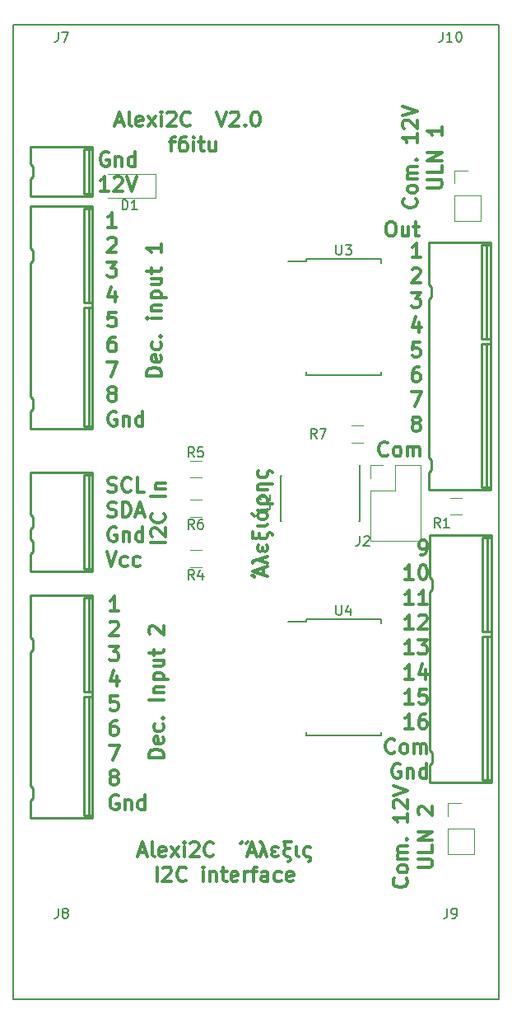
<source format=gto>
G04 #@! TF.GenerationSoftware,KiCad,Pcbnew,(5.0.2)-1*
G04 #@! TF.CreationDate,2019-03-14T17:23:15+01:00*
G04 #@! TF.ProjectId,Alexi2c,416c6578-6932-4632-9e6b-696361645f70,rev?*
G04 #@! TF.SameCoordinates,Original*
G04 #@! TF.FileFunction,Legend,Top*
G04 #@! TF.FilePolarity,Positive*
%FSLAX46Y46*%
G04 Gerber Fmt 4.6, Leading zero omitted, Abs format (unit mm)*
G04 Created by KiCad (PCBNEW (5.0.2)-1) date 14/03/2019 17:23:15*
%MOMM*%
%LPD*%
G01*
G04 APERTURE LIST*
%ADD10C,0.300000*%
%ADD11C,0.150000*%
%ADD12C,0.254000*%
%ADD13C,0.120000*%
G04 APERTURE END LIST*
D10*
X102978571Y-119975000D02*
X103692857Y-119975000D01*
X102835714Y-120403571D02*
X103335714Y-118903571D01*
X103835714Y-120403571D01*
X104549999Y-120403571D02*
X104407142Y-120332142D01*
X104335714Y-120189285D01*
X104335714Y-118903571D01*
X105692857Y-120332142D02*
X105549999Y-120403571D01*
X105264285Y-120403571D01*
X105121428Y-120332142D01*
X105049999Y-120189285D01*
X105049999Y-119617857D01*
X105121428Y-119475000D01*
X105264285Y-119403571D01*
X105549999Y-119403571D01*
X105692857Y-119475000D01*
X105764285Y-119617857D01*
X105764285Y-119760714D01*
X105049999Y-119903571D01*
X106264285Y-120403571D02*
X107049999Y-119403571D01*
X106264285Y-119403571D02*
X107049999Y-120403571D01*
X107621428Y-120403571D02*
X107621428Y-119403571D01*
X107621428Y-118903571D02*
X107549999Y-118975000D01*
X107621428Y-119046428D01*
X107692857Y-118975000D01*
X107621428Y-118903571D01*
X107621428Y-119046428D01*
X108264285Y-119046428D02*
X108335714Y-118975000D01*
X108478571Y-118903571D01*
X108835714Y-118903571D01*
X108978571Y-118975000D01*
X109050000Y-119046428D01*
X109121428Y-119189285D01*
X109121428Y-119332142D01*
X109050000Y-119546428D01*
X108192857Y-120403571D01*
X109121428Y-120403571D01*
X110621428Y-120260714D02*
X110549999Y-120332142D01*
X110335714Y-120403571D01*
X110192857Y-120403571D01*
X109978571Y-120332142D01*
X109835714Y-120189285D01*
X109764285Y-120046428D01*
X109692857Y-119760714D01*
X109692857Y-119546428D01*
X109764285Y-119260714D01*
X109835714Y-119117857D01*
X109978571Y-118975000D01*
X110192857Y-118903571D01*
X110335714Y-118903571D01*
X110549999Y-118975000D01*
X110621428Y-119046428D01*
X114192857Y-119975000D02*
X114907142Y-119975000D01*
X114049999Y-120403571D02*
X114549999Y-118903571D01*
X115049999Y-120403571D01*
X114192857Y-118832142D02*
X113978571Y-119046428D01*
X113407142Y-119046428D02*
X113478571Y-119046428D01*
X113549999Y-118975000D01*
X113549999Y-118832142D01*
X115764285Y-119403571D02*
X115407142Y-120403571D01*
X115407142Y-118903571D02*
X115549999Y-118903571D01*
X115621428Y-118975000D01*
X115764285Y-119403571D01*
X116121428Y-120403571D01*
X116835714Y-119903571D02*
X116692857Y-119975000D01*
X116621428Y-120117857D01*
X116621428Y-120189285D01*
X116692857Y-120332142D01*
X116835714Y-120403571D01*
X117121428Y-120403571D01*
X117264285Y-120332142D01*
X116978571Y-119903571D02*
X116835714Y-119903571D01*
X116692857Y-119832142D01*
X116621428Y-119689285D01*
X116621428Y-119617857D01*
X116692857Y-119475000D01*
X116835714Y-119403571D01*
X117121428Y-119403571D01*
X117264285Y-119475000D01*
X117907142Y-118903571D02*
X118621428Y-118903571D01*
X118192857Y-118903571D02*
X118049999Y-118975000D01*
X117978571Y-119117857D01*
X117978571Y-119332142D01*
X118049999Y-119475000D01*
X118192857Y-119546428D01*
X118478571Y-119546428D01*
X118192857Y-119546428D02*
X118049999Y-119617857D01*
X117978571Y-119689285D01*
X117907142Y-119832142D01*
X117907142Y-120117857D01*
X117978571Y-120260714D01*
X118049999Y-120332142D01*
X118192857Y-120403571D01*
X118335714Y-120403571D01*
X118478571Y-120475000D01*
X118549999Y-120617857D01*
X118549999Y-120689285D01*
X118478571Y-120832142D01*
X118335714Y-120903571D01*
X118264285Y-120903571D01*
X119192857Y-119403571D02*
X119192857Y-120189285D01*
X119264285Y-120332142D01*
X119407142Y-120403571D01*
X120621428Y-119475000D02*
X120478571Y-119403571D01*
X120192857Y-119403571D01*
X120050000Y-119475000D01*
X119978571Y-119546428D01*
X119907142Y-119689285D01*
X119907142Y-120117857D01*
X119978571Y-120260714D01*
X120050000Y-120332142D01*
X120192857Y-120403571D01*
X120407142Y-120403571D01*
X120550000Y-120475000D01*
X120621428Y-120617857D01*
X120621428Y-120689285D01*
X120550000Y-120832142D01*
X120407142Y-120903571D01*
X104800000Y-122953571D02*
X104800000Y-121453571D01*
X105442857Y-121596428D02*
X105514285Y-121525000D01*
X105657142Y-121453571D01*
X106014285Y-121453571D01*
X106157142Y-121525000D01*
X106228571Y-121596428D01*
X106300000Y-121739285D01*
X106300000Y-121882142D01*
X106228571Y-122096428D01*
X105371428Y-122953571D01*
X106300000Y-122953571D01*
X107800000Y-122810714D02*
X107728571Y-122882142D01*
X107514285Y-122953571D01*
X107371428Y-122953571D01*
X107157142Y-122882142D01*
X107014285Y-122739285D01*
X106942857Y-122596428D01*
X106871428Y-122310714D01*
X106871428Y-122096428D01*
X106942857Y-121810714D01*
X107014285Y-121667857D01*
X107157142Y-121525000D01*
X107371428Y-121453571D01*
X107514285Y-121453571D01*
X107728571Y-121525000D01*
X107800000Y-121596428D01*
X109585714Y-122953571D02*
X109585714Y-121953571D01*
X109585714Y-121453571D02*
X109514285Y-121525000D01*
X109585714Y-121596428D01*
X109657142Y-121525000D01*
X109585714Y-121453571D01*
X109585714Y-121596428D01*
X110300000Y-121953571D02*
X110300000Y-122953571D01*
X110300000Y-122096428D02*
X110371428Y-122025000D01*
X110514285Y-121953571D01*
X110728571Y-121953571D01*
X110871428Y-122025000D01*
X110942857Y-122167857D01*
X110942857Y-122953571D01*
X111442857Y-121953571D02*
X112014285Y-121953571D01*
X111657142Y-121453571D02*
X111657142Y-122739285D01*
X111728571Y-122882142D01*
X111871428Y-122953571D01*
X112014285Y-122953571D01*
X113085714Y-122882142D02*
X112942857Y-122953571D01*
X112657142Y-122953571D01*
X112514285Y-122882142D01*
X112442857Y-122739285D01*
X112442857Y-122167857D01*
X112514285Y-122025000D01*
X112657142Y-121953571D01*
X112942857Y-121953571D01*
X113085714Y-122025000D01*
X113157142Y-122167857D01*
X113157142Y-122310714D01*
X112442857Y-122453571D01*
X113800000Y-122953571D02*
X113800000Y-121953571D01*
X113800000Y-122239285D02*
X113871428Y-122096428D01*
X113942857Y-122025000D01*
X114085714Y-121953571D01*
X114228571Y-121953571D01*
X114514285Y-121953571D02*
X115085714Y-121953571D01*
X114728571Y-122953571D02*
X114728571Y-121667857D01*
X114800000Y-121525000D01*
X114942857Y-121453571D01*
X115085714Y-121453571D01*
X116228571Y-122953571D02*
X116228571Y-122167857D01*
X116157142Y-122025000D01*
X116014285Y-121953571D01*
X115728571Y-121953571D01*
X115585714Y-122025000D01*
X116228571Y-122882142D02*
X116085714Y-122953571D01*
X115728571Y-122953571D01*
X115585714Y-122882142D01*
X115514285Y-122739285D01*
X115514285Y-122596428D01*
X115585714Y-122453571D01*
X115728571Y-122382142D01*
X116085714Y-122382142D01*
X116228571Y-122310714D01*
X117585714Y-122882142D02*
X117442857Y-122953571D01*
X117157142Y-122953571D01*
X117014285Y-122882142D01*
X116942857Y-122810714D01*
X116871428Y-122667857D01*
X116871428Y-122239285D01*
X116942857Y-122096428D01*
X117014285Y-122025000D01*
X117157142Y-121953571D01*
X117442857Y-121953571D01*
X117585714Y-122025000D01*
X118800000Y-122882142D02*
X118657142Y-122953571D01*
X118371428Y-122953571D01*
X118228571Y-122882142D01*
X118157142Y-122739285D01*
X118157142Y-122167857D01*
X118228571Y-122025000D01*
X118371428Y-121953571D01*
X118657142Y-121953571D01*
X118800000Y-122025000D01*
X118871428Y-122167857D01*
X118871428Y-122310714D01*
X118157142Y-122453571D01*
X100607142Y-44975000D02*
X101321428Y-44975000D01*
X100464285Y-45403571D02*
X100964285Y-43903571D01*
X101464285Y-45403571D01*
X102178571Y-45403571D02*
X102035714Y-45332142D01*
X101964285Y-45189285D01*
X101964285Y-43903571D01*
X103321428Y-45332142D02*
X103178571Y-45403571D01*
X102892857Y-45403571D01*
X102750000Y-45332142D01*
X102678571Y-45189285D01*
X102678571Y-44617857D01*
X102750000Y-44475000D01*
X102892857Y-44403571D01*
X103178571Y-44403571D01*
X103321428Y-44475000D01*
X103392857Y-44617857D01*
X103392857Y-44760714D01*
X102678571Y-44903571D01*
X103892857Y-45403571D02*
X104678571Y-44403571D01*
X103892857Y-44403571D02*
X104678571Y-45403571D01*
X105250000Y-45403571D02*
X105250000Y-44403571D01*
X105250000Y-43903571D02*
X105178571Y-43975000D01*
X105250000Y-44046428D01*
X105321428Y-43975000D01*
X105250000Y-43903571D01*
X105250000Y-44046428D01*
X105892857Y-44046428D02*
X105964285Y-43975000D01*
X106107142Y-43903571D01*
X106464285Y-43903571D01*
X106607142Y-43975000D01*
X106678571Y-44046428D01*
X106750000Y-44189285D01*
X106750000Y-44332142D01*
X106678571Y-44546428D01*
X105821428Y-45403571D01*
X106750000Y-45403571D01*
X108250000Y-45260714D02*
X108178571Y-45332142D01*
X107964285Y-45403571D01*
X107821428Y-45403571D01*
X107607142Y-45332142D01*
X107464285Y-45189285D01*
X107392857Y-45046428D01*
X107321428Y-44760714D01*
X107321428Y-44546428D01*
X107392857Y-44260714D01*
X107464285Y-44117857D01*
X107607142Y-43975000D01*
X107821428Y-43903571D01*
X107964285Y-43903571D01*
X108178571Y-43975000D01*
X108250000Y-44046428D01*
X110964285Y-43903571D02*
X111464285Y-45403571D01*
X111964285Y-43903571D01*
X112392857Y-44046428D02*
X112464285Y-43975000D01*
X112607142Y-43903571D01*
X112964285Y-43903571D01*
X113107142Y-43975000D01*
X113178571Y-44046428D01*
X113250000Y-44189285D01*
X113250000Y-44332142D01*
X113178571Y-44546428D01*
X112321428Y-45403571D01*
X113250000Y-45403571D01*
X113892857Y-45260714D02*
X113964285Y-45332142D01*
X113892857Y-45403571D01*
X113821428Y-45332142D01*
X113892857Y-45260714D01*
X113892857Y-45403571D01*
X114892857Y-43903571D02*
X115035714Y-43903571D01*
X115178571Y-43975000D01*
X115250000Y-44046428D01*
X115321428Y-44189285D01*
X115392857Y-44475000D01*
X115392857Y-44832142D01*
X115321428Y-45117857D01*
X115250000Y-45260714D01*
X115178571Y-45332142D01*
X115035714Y-45403571D01*
X114892857Y-45403571D01*
X114750000Y-45332142D01*
X114678571Y-45260714D01*
X114607142Y-45117857D01*
X114535714Y-44832142D01*
X114535714Y-44475000D01*
X114607142Y-44189285D01*
X114678571Y-44046428D01*
X114750000Y-43975000D01*
X114892857Y-43903571D01*
X106107142Y-46953571D02*
X106678571Y-46953571D01*
X106321428Y-47953571D02*
X106321428Y-46667857D01*
X106392857Y-46525000D01*
X106535714Y-46453571D01*
X106678571Y-46453571D01*
X107821428Y-46453571D02*
X107535714Y-46453571D01*
X107392857Y-46525000D01*
X107321428Y-46596428D01*
X107178571Y-46810714D01*
X107107142Y-47096428D01*
X107107142Y-47667857D01*
X107178571Y-47810714D01*
X107250000Y-47882142D01*
X107392857Y-47953571D01*
X107678571Y-47953571D01*
X107821428Y-47882142D01*
X107892857Y-47810714D01*
X107964285Y-47667857D01*
X107964285Y-47310714D01*
X107892857Y-47167857D01*
X107821428Y-47096428D01*
X107678571Y-47025000D01*
X107392857Y-47025000D01*
X107250000Y-47096428D01*
X107178571Y-47167857D01*
X107107142Y-47310714D01*
X108607142Y-47953571D02*
X108607142Y-46953571D01*
X108607142Y-46453571D02*
X108535714Y-46525000D01*
X108607142Y-46596428D01*
X108678571Y-46525000D01*
X108607142Y-46453571D01*
X108607142Y-46596428D01*
X109107142Y-46953571D02*
X109678571Y-46953571D01*
X109321428Y-46453571D02*
X109321428Y-47739285D01*
X109392857Y-47882142D01*
X109535714Y-47953571D01*
X109678571Y-47953571D01*
X110821428Y-46953571D02*
X110821428Y-47953571D01*
X110178571Y-46953571D02*
X110178571Y-47739285D01*
X110250000Y-47882142D01*
X110392857Y-47953571D01*
X110607142Y-47953571D01*
X110750000Y-47882142D01*
X110821428Y-47810714D01*
X115750000Y-91464285D02*
X115750000Y-90750000D01*
X116178571Y-91607142D02*
X114678571Y-91107142D01*
X116178571Y-90607142D01*
X114821428Y-91678571D02*
X114821428Y-91607142D01*
X114750000Y-91535714D01*
X114607142Y-91535714D01*
X115178571Y-89892857D02*
X116178571Y-90250000D01*
X114678571Y-90250000D02*
X114678571Y-90107142D01*
X114750000Y-90035714D01*
X115178571Y-89892857D01*
X116178571Y-89535714D01*
X115678571Y-88821428D02*
X115750000Y-88964285D01*
X115892857Y-89035714D01*
X115964285Y-89035714D01*
X116107142Y-88964285D01*
X116178571Y-88821428D01*
X116178571Y-88535714D01*
X116107142Y-88392857D01*
X115678571Y-88678571D02*
X115678571Y-88821428D01*
X115607142Y-88964285D01*
X115464285Y-89035714D01*
X115392857Y-89035714D01*
X115250000Y-88964285D01*
X115178571Y-88821428D01*
X115178571Y-88535714D01*
X115250000Y-88392857D01*
X114678571Y-87750000D02*
X114678571Y-87035714D01*
X114678571Y-87464285D02*
X114750000Y-87607142D01*
X114892857Y-87678571D01*
X115107142Y-87678571D01*
X115250000Y-87607142D01*
X115321428Y-87464285D01*
X115321428Y-87178571D01*
X115321428Y-87464285D02*
X115392857Y-87607142D01*
X115464285Y-87678571D01*
X115607142Y-87750000D01*
X115892857Y-87750000D01*
X116035714Y-87678571D01*
X116107142Y-87607142D01*
X116178571Y-87464285D01*
X116178571Y-87321428D01*
X116250000Y-87178571D01*
X116392857Y-87107142D01*
X116464285Y-87107142D01*
X116607142Y-87178571D01*
X116678571Y-87321428D01*
X116678571Y-87392857D01*
X115178571Y-86464285D02*
X115964285Y-86464285D01*
X116107142Y-86392857D01*
X116178571Y-86250000D01*
X115178571Y-84821428D02*
X115892857Y-85035714D01*
X116035714Y-85107142D01*
X116107142Y-85178571D01*
X116178571Y-85321428D01*
X116178571Y-85464285D01*
X116107142Y-85607142D01*
X116035714Y-85678571D01*
X115821428Y-85750000D01*
X115535714Y-85750000D01*
X115321428Y-85678571D01*
X115250000Y-85607142D01*
X115178571Y-85464285D01*
X115178571Y-85321428D01*
X115250000Y-85178571D01*
X115321428Y-85107142D01*
X115464285Y-85035714D01*
X115964285Y-84964285D01*
X116107142Y-84892857D01*
X116178571Y-84750000D01*
X114607142Y-85178571D02*
X114821428Y-85392857D01*
X116678571Y-84178571D02*
X115464285Y-84178571D01*
X115321428Y-84107142D01*
X115250000Y-84035714D01*
X115178571Y-83892857D01*
X115178571Y-83678571D01*
X115250000Y-83535714D01*
X115321428Y-83464285D01*
X115464285Y-83392857D01*
X115892857Y-83392857D01*
X116035714Y-83464285D01*
X116107142Y-83535714D01*
X116178571Y-83678571D01*
X116178571Y-83892857D01*
X116107142Y-84035714D01*
X115964285Y-84178571D01*
X115178571Y-82750000D02*
X116178571Y-82750000D01*
X115321428Y-82750000D02*
X115250000Y-82678571D01*
X115178571Y-82535714D01*
X115178571Y-82321428D01*
X115250000Y-82178571D01*
X115392857Y-82107142D01*
X116678571Y-82107142D01*
X115250000Y-80750000D02*
X115178571Y-80892857D01*
X115178571Y-81178571D01*
X115250000Y-81321428D01*
X115321428Y-81392857D01*
X115464285Y-81464285D01*
X115892857Y-81464285D01*
X116035714Y-81392857D01*
X116107142Y-81321428D01*
X116178571Y-81178571D01*
X116178571Y-80964285D01*
X116250000Y-80821428D01*
X116392857Y-80750000D01*
X116464285Y-80750000D01*
X116607142Y-80821428D01*
X116678571Y-80964285D01*
X131905000Y-89403571D02*
X132190714Y-89403571D01*
X132333571Y-89332142D01*
X132405000Y-89260714D01*
X132547857Y-89046428D01*
X132619285Y-88760714D01*
X132619285Y-88189285D01*
X132547857Y-88046428D01*
X132476428Y-87975000D01*
X132333571Y-87903571D01*
X132047857Y-87903571D01*
X131905000Y-87975000D01*
X131833571Y-88046428D01*
X131762142Y-88189285D01*
X131762142Y-88546428D01*
X131833571Y-88689285D01*
X131905000Y-88760714D01*
X132047857Y-88832142D01*
X132333571Y-88832142D01*
X132476428Y-88760714D01*
X132547857Y-88689285D01*
X132619285Y-88546428D01*
X131190714Y-91953571D02*
X130333571Y-91953571D01*
X130762142Y-91953571D02*
X130762142Y-90453571D01*
X130619285Y-90667857D01*
X130476428Y-90810714D01*
X130333571Y-90882142D01*
X132119285Y-90453571D02*
X132262142Y-90453571D01*
X132405000Y-90525000D01*
X132476428Y-90596428D01*
X132547857Y-90739285D01*
X132619285Y-91025000D01*
X132619285Y-91382142D01*
X132547857Y-91667857D01*
X132476428Y-91810714D01*
X132405000Y-91882142D01*
X132262142Y-91953571D01*
X132119285Y-91953571D01*
X131976428Y-91882142D01*
X131905000Y-91810714D01*
X131833571Y-91667857D01*
X131762142Y-91382142D01*
X131762142Y-91025000D01*
X131833571Y-90739285D01*
X131905000Y-90596428D01*
X131976428Y-90525000D01*
X132119285Y-90453571D01*
X131190714Y-94503571D02*
X130333571Y-94503571D01*
X130762142Y-94503571D02*
X130762142Y-93003571D01*
X130619285Y-93217857D01*
X130476428Y-93360714D01*
X130333571Y-93432142D01*
X132619285Y-94503571D02*
X131762142Y-94503571D01*
X132190714Y-94503571D02*
X132190714Y-93003571D01*
X132047857Y-93217857D01*
X131905000Y-93360714D01*
X131762142Y-93432142D01*
X131190714Y-97053571D02*
X130333571Y-97053571D01*
X130762142Y-97053571D02*
X130762142Y-95553571D01*
X130619285Y-95767857D01*
X130476428Y-95910714D01*
X130333571Y-95982142D01*
X131762142Y-95696428D02*
X131833571Y-95625000D01*
X131976428Y-95553571D01*
X132333571Y-95553571D01*
X132476428Y-95625000D01*
X132547857Y-95696428D01*
X132619285Y-95839285D01*
X132619285Y-95982142D01*
X132547857Y-96196428D01*
X131690714Y-97053571D01*
X132619285Y-97053571D01*
X131190714Y-99603571D02*
X130333571Y-99603571D01*
X130762142Y-99603571D02*
X130762142Y-98103571D01*
X130619285Y-98317857D01*
X130476428Y-98460714D01*
X130333571Y-98532142D01*
X131690714Y-98103571D02*
X132619285Y-98103571D01*
X132119285Y-98675000D01*
X132333571Y-98675000D01*
X132476428Y-98746428D01*
X132547857Y-98817857D01*
X132619285Y-98960714D01*
X132619285Y-99317857D01*
X132547857Y-99460714D01*
X132476428Y-99532142D01*
X132333571Y-99603571D01*
X131905000Y-99603571D01*
X131762142Y-99532142D01*
X131690714Y-99460714D01*
X131190714Y-102153571D02*
X130333571Y-102153571D01*
X130762142Y-102153571D02*
X130762142Y-100653571D01*
X130619285Y-100867857D01*
X130476428Y-101010714D01*
X130333571Y-101082142D01*
X132476428Y-101153571D02*
X132476428Y-102153571D01*
X132119285Y-100582142D02*
X131762142Y-101653571D01*
X132690714Y-101653571D01*
X131190714Y-104703571D02*
X130333571Y-104703571D01*
X130762142Y-104703571D02*
X130762142Y-103203571D01*
X130619285Y-103417857D01*
X130476428Y-103560714D01*
X130333571Y-103632142D01*
X132547857Y-103203571D02*
X131833571Y-103203571D01*
X131762142Y-103917857D01*
X131833571Y-103846428D01*
X131976428Y-103775000D01*
X132333571Y-103775000D01*
X132476428Y-103846428D01*
X132547857Y-103917857D01*
X132619285Y-104060714D01*
X132619285Y-104417857D01*
X132547857Y-104560714D01*
X132476428Y-104632142D01*
X132333571Y-104703571D01*
X131976428Y-104703571D01*
X131833571Y-104632142D01*
X131762142Y-104560714D01*
X131190714Y-107253571D02*
X130333571Y-107253571D01*
X130762142Y-107253571D02*
X130762142Y-105753571D01*
X130619285Y-105967857D01*
X130476428Y-106110714D01*
X130333571Y-106182142D01*
X132476428Y-105753571D02*
X132190714Y-105753571D01*
X132047857Y-105825000D01*
X131976428Y-105896428D01*
X131833571Y-106110714D01*
X131762142Y-106396428D01*
X131762142Y-106967857D01*
X131833571Y-107110714D01*
X131905000Y-107182142D01*
X132047857Y-107253571D01*
X132333571Y-107253571D01*
X132476428Y-107182142D01*
X132547857Y-107110714D01*
X132619285Y-106967857D01*
X132619285Y-106610714D01*
X132547857Y-106467857D01*
X132476428Y-106396428D01*
X132333571Y-106325000D01*
X132047857Y-106325000D01*
X131905000Y-106396428D01*
X131833571Y-106467857D01*
X131762142Y-106610714D01*
X129262142Y-109660714D02*
X129190714Y-109732142D01*
X128976428Y-109803571D01*
X128833571Y-109803571D01*
X128619285Y-109732142D01*
X128476428Y-109589285D01*
X128405000Y-109446428D01*
X128333571Y-109160714D01*
X128333571Y-108946428D01*
X128405000Y-108660714D01*
X128476428Y-108517857D01*
X128619285Y-108375000D01*
X128833571Y-108303571D01*
X128976428Y-108303571D01*
X129190714Y-108375000D01*
X129262142Y-108446428D01*
X130119285Y-109803571D02*
X129976428Y-109732142D01*
X129905000Y-109660714D01*
X129833571Y-109517857D01*
X129833571Y-109089285D01*
X129905000Y-108946428D01*
X129976428Y-108875000D01*
X130119285Y-108803571D01*
X130333571Y-108803571D01*
X130476428Y-108875000D01*
X130547857Y-108946428D01*
X130619285Y-109089285D01*
X130619285Y-109517857D01*
X130547857Y-109660714D01*
X130476428Y-109732142D01*
X130333571Y-109803571D01*
X130119285Y-109803571D01*
X131262142Y-109803571D02*
X131262142Y-108803571D01*
X131262142Y-108946428D02*
X131333571Y-108875000D01*
X131476428Y-108803571D01*
X131690714Y-108803571D01*
X131833571Y-108875000D01*
X131905000Y-109017857D01*
X131905000Y-109803571D01*
X131905000Y-109017857D02*
X131976428Y-108875000D01*
X132119285Y-108803571D01*
X132333571Y-108803571D01*
X132476428Y-108875000D01*
X132547857Y-109017857D01*
X132547857Y-109803571D01*
X129833571Y-110925000D02*
X129690714Y-110853571D01*
X129476428Y-110853571D01*
X129262142Y-110925000D01*
X129119285Y-111067857D01*
X129047857Y-111210714D01*
X128976428Y-111496428D01*
X128976428Y-111710714D01*
X129047857Y-111996428D01*
X129119285Y-112139285D01*
X129262142Y-112282142D01*
X129476428Y-112353571D01*
X129619285Y-112353571D01*
X129833571Y-112282142D01*
X129905000Y-112210714D01*
X129905000Y-111710714D01*
X129619285Y-111710714D01*
X130547857Y-111353571D02*
X130547857Y-112353571D01*
X130547857Y-111496428D02*
X130619285Y-111425000D01*
X130762142Y-111353571D01*
X130976428Y-111353571D01*
X131119285Y-111425000D01*
X131190714Y-111567857D01*
X131190714Y-112353571D01*
X132547857Y-112353571D02*
X132547857Y-110853571D01*
X132547857Y-112282142D02*
X132405000Y-112353571D01*
X132119285Y-112353571D01*
X131976428Y-112282142D01*
X131905000Y-112210714D01*
X131833571Y-112067857D01*
X131833571Y-111639285D01*
X131905000Y-111496428D01*
X131976428Y-111425000D01*
X132119285Y-111353571D01*
X132405000Y-111353571D01*
X132547857Y-111425000D01*
X131919285Y-58878571D02*
X131062142Y-58878571D01*
X131490714Y-58878571D02*
X131490714Y-57378571D01*
X131347857Y-57592857D01*
X131205000Y-57735714D01*
X131062142Y-57807142D01*
X131062142Y-60071428D02*
X131133571Y-60000000D01*
X131276428Y-59928571D01*
X131633571Y-59928571D01*
X131776428Y-60000000D01*
X131847857Y-60071428D01*
X131919285Y-60214285D01*
X131919285Y-60357142D01*
X131847857Y-60571428D01*
X130990714Y-61428571D01*
X131919285Y-61428571D01*
X130990714Y-62478571D02*
X131919285Y-62478571D01*
X131419285Y-63050000D01*
X131633571Y-63050000D01*
X131776428Y-63121428D01*
X131847857Y-63192857D01*
X131919285Y-63335714D01*
X131919285Y-63692857D01*
X131847857Y-63835714D01*
X131776428Y-63907142D01*
X131633571Y-63978571D01*
X131205000Y-63978571D01*
X131062142Y-63907142D01*
X130990714Y-63835714D01*
X131776428Y-65528571D02*
X131776428Y-66528571D01*
X131419285Y-64957142D02*
X131062142Y-66028571D01*
X131990714Y-66028571D01*
X131847857Y-67578571D02*
X131133571Y-67578571D01*
X131062142Y-68292857D01*
X131133571Y-68221428D01*
X131276428Y-68150000D01*
X131633571Y-68150000D01*
X131776428Y-68221428D01*
X131847857Y-68292857D01*
X131919285Y-68435714D01*
X131919285Y-68792857D01*
X131847857Y-68935714D01*
X131776428Y-69007142D01*
X131633571Y-69078571D01*
X131276428Y-69078571D01*
X131133571Y-69007142D01*
X131062142Y-68935714D01*
X131776428Y-70128571D02*
X131490714Y-70128571D01*
X131347857Y-70200000D01*
X131276428Y-70271428D01*
X131133571Y-70485714D01*
X131062142Y-70771428D01*
X131062142Y-71342857D01*
X131133571Y-71485714D01*
X131205000Y-71557142D01*
X131347857Y-71628571D01*
X131633571Y-71628571D01*
X131776428Y-71557142D01*
X131847857Y-71485714D01*
X131919285Y-71342857D01*
X131919285Y-70985714D01*
X131847857Y-70842857D01*
X131776428Y-70771428D01*
X131633571Y-70700000D01*
X131347857Y-70700000D01*
X131205000Y-70771428D01*
X131133571Y-70842857D01*
X131062142Y-70985714D01*
X130990714Y-72678571D02*
X131990714Y-72678571D01*
X131347857Y-74178571D01*
X131347857Y-75871428D02*
X131205000Y-75800000D01*
X131133571Y-75728571D01*
X131062142Y-75585714D01*
X131062142Y-75514285D01*
X131133571Y-75371428D01*
X131205000Y-75300000D01*
X131347857Y-75228571D01*
X131633571Y-75228571D01*
X131776428Y-75300000D01*
X131847857Y-75371428D01*
X131919285Y-75514285D01*
X131919285Y-75585714D01*
X131847857Y-75728571D01*
X131776428Y-75800000D01*
X131633571Y-75871428D01*
X131347857Y-75871428D01*
X131205000Y-75942857D01*
X131133571Y-76014285D01*
X131062142Y-76157142D01*
X131062142Y-76442857D01*
X131133571Y-76585714D01*
X131205000Y-76657142D01*
X131347857Y-76728571D01*
X131633571Y-76728571D01*
X131776428Y-76657142D01*
X131847857Y-76585714D01*
X131919285Y-76442857D01*
X131919285Y-76157142D01*
X131847857Y-76014285D01*
X131776428Y-75942857D01*
X131633571Y-75871428D01*
X128562142Y-79135714D02*
X128490714Y-79207142D01*
X128276428Y-79278571D01*
X128133571Y-79278571D01*
X127919285Y-79207142D01*
X127776428Y-79064285D01*
X127705000Y-78921428D01*
X127633571Y-78635714D01*
X127633571Y-78421428D01*
X127705000Y-78135714D01*
X127776428Y-77992857D01*
X127919285Y-77850000D01*
X128133571Y-77778571D01*
X128276428Y-77778571D01*
X128490714Y-77850000D01*
X128562142Y-77921428D01*
X129419285Y-79278571D02*
X129276428Y-79207142D01*
X129205000Y-79135714D01*
X129133571Y-78992857D01*
X129133571Y-78564285D01*
X129205000Y-78421428D01*
X129276428Y-78350000D01*
X129419285Y-78278571D01*
X129633571Y-78278571D01*
X129776428Y-78350000D01*
X129847857Y-78421428D01*
X129919285Y-78564285D01*
X129919285Y-78992857D01*
X129847857Y-79135714D01*
X129776428Y-79207142D01*
X129633571Y-79278571D01*
X129419285Y-79278571D01*
X130562142Y-79278571D02*
X130562142Y-78278571D01*
X130562142Y-78421428D02*
X130633571Y-78350000D01*
X130776428Y-78278571D01*
X130990714Y-78278571D01*
X131133571Y-78350000D01*
X131205000Y-78492857D01*
X131205000Y-79278571D01*
X131205000Y-78492857D02*
X131276428Y-78350000D01*
X131419285Y-78278571D01*
X131633571Y-78278571D01*
X131776428Y-78350000D01*
X131847857Y-78492857D01*
X131847857Y-79278571D01*
X128750000Y-55178571D02*
X129035714Y-55178571D01*
X129178571Y-55250000D01*
X129321428Y-55392857D01*
X129392857Y-55678571D01*
X129392857Y-56178571D01*
X129321428Y-56464285D01*
X129178571Y-56607142D01*
X129035714Y-56678571D01*
X128750000Y-56678571D01*
X128607142Y-56607142D01*
X128464285Y-56464285D01*
X128392857Y-56178571D01*
X128392857Y-55678571D01*
X128464285Y-55392857D01*
X128607142Y-55250000D01*
X128750000Y-55178571D01*
X130678571Y-55678571D02*
X130678571Y-56678571D01*
X130035714Y-55678571D02*
X130035714Y-56464285D01*
X130107142Y-56607142D01*
X130250000Y-56678571D01*
X130464285Y-56678571D01*
X130607142Y-56607142D01*
X130678571Y-56535714D01*
X131178571Y-55678571D02*
X131750000Y-55678571D01*
X131392857Y-55178571D02*
X131392857Y-56464285D01*
X131464285Y-56607142D01*
X131607142Y-56678571D01*
X131750000Y-56678571D01*
X130460714Y-122614285D02*
X130532142Y-122685714D01*
X130603571Y-122900000D01*
X130603571Y-123042857D01*
X130532142Y-123257142D01*
X130389285Y-123400000D01*
X130246428Y-123471428D01*
X129960714Y-123542857D01*
X129746428Y-123542857D01*
X129460714Y-123471428D01*
X129317857Y-123400000D01*
X129175000Y-123257142D01*
X129103571Y-123042857D01*
X129103571Y-122900000D01*
X129175000Y-122685714D01*
X129246428Y-122614285D01*
X130603571Y-121757142D02*
X130532142Y-121900000D01*
X130460714Y-121971428D01*
X130317857Y-122042857D01*
X129889285Y-122042857D01*
X129746428Y-121971428D01*
X129675000Y-121900000D01*
X129603571Y-121757142D01*
X129603571Y-121542857D01*
X129675000Y-121400000D01*
X129746428Y-121328571D01*
X129889285Y-121257142D01*
X130317857Y-121257142D01*
X130460714Y-121328571D01*
X130532142Y-121400000D01*
X130603571Y-121542857D01*
X130603571Y-121757142D01*
X130603571Y-120614285D02*
X129603571Y-120614285D01*
X129746428Y-120614285D02*
X129675000Y-120542857D01*
X129603571Y-120400000D01*
X129603571Y-120185714D01*
X129675000Y-120042857D01*
X129817857Y-119971428D01*
X130603571Y-119971428D01*
X129817857Y-119971428D02*
X129675000Y-119900000D01*
X129603571Y-119757142D01*
X129603571Y-119542857D01*
X129675000Y-119400000D01*
X129817857Y-119328571D01*
X130603571Y-119328571D01*
X130460714Y-118614285D02*
X130532142Y-118542857D01*
X130603571Y-118614285D01*
X130532142Y-118685714D01*
X130460714Y-118614285D01*
X130603571Y-118614285D01*
X130603571Y-115971428D02*
X130603571Y-116828571D01*
X130603571Y-116400000D02*
X129103571Y-116400000D01*
X129317857Y-116542857D01*
X129460714Y-116685714D01*
X129532142Y-116828571D01*
X129246428Y-115400000D02*
X129175000Y-115328571D01*
X129103571Y-115185714D01*
X129103571Y-114828571D01*
X129175000Y-114685714D01*
X129246428Y-114614285D01*
X129389285Y-114542857D01*
X129532142Y-114542857D01*
X129746428Y-114614285D01*
X130603571Y-115471428D01*
X130603571Y-114542857D01*
X129103571Y-114114285D02*
X130603571Y-113614285D01*
X129103571Y-113114285D01*
X131653571Y-121507142D02*
X132867857Y-121507142D01*
X133010714Y-121435714D01*
X133082142Y-121364285D01*
X133153571Y-121221428D01*
X133153571Y-120935714D01*
X133082142Y-120792857D01*
X133010714Y-120721428D01*
X132867857Y-120650000D01*
X131653571Y-120650000D01*
X133153571Y-119221428D02*
X133153571Y-119935714D01*
X131653571Y-119935714D01*
X133153571Y-118721428D02*
X131653571Y-118721428D01*
X133153571Y-117864285D01*
X131653571Y-117864285D01*
X131796428Y-116078571D02*
X131725000Y-116007142D01*
X131653571Y-115864285D01*
X131653571Y-115507142D01*
X131725000Y-115364285D01*
X131796428Y-115292857D01*
X131939285Y-115221428D01*
X132082142Y-115221428D01*
X132296428Y-115292857D01*
X133153571Y-116150000D01*
X133153571Y-115221428D01*
X131460714Y-52814285D02*
X131532142Y-52885714D01*
X131603571Y-53100000D01*
X131603571Y-53242857D01*
X131532142Y-53457142D01*
X131389285Y-53600000D01*
X131246428Y-53671428D01*
X130960714Y-53742857D01*
X130746428Y-53742857D01*
X130460714Y-53671428D01*
X130317857Y-53600000D01*
X130175000Y-53457142D01*
X130103571Y-53242857D01*
X130103571Y-53100000D01*
X130175000Y-52885714D01*
X130246428Y-52814285D01*
X131603571Y-51957142D02*
X131532142Y-52100000D01*
X131460714Y-52171428D01*
X131317857Y-52242857D01*
X130889285Y-52242857D01*
X130746428Y-52171428D01*
X130675000Y-52100000D01*
X130603571Y-51957142D01*
X130603571Y-51742857D01*
X130675000Y-51600000D01*
X130746428Y-51528571D01*
X130889285Y-51457142D01*
X131317857Y-51457142D01*
X131460714Y-51528571D01*
X131532142Y-51600000D01*
X131603571Y-51742857D01*
X131603571Y-51957142D01*
X131603571Y-50814285D02*
X130603571Y-50814285D01*
X130746428Y-50814285D02*
X130675000Y-50742857D01*
X130603571Y-50600000D01*
X130603571Y-50385714D01*
X130675000Y-50242857D01*
X130817857Y-50171428D01*
X131603571Y-50171428D01*
X130817857Y-50171428D02*
X130675000Y-50100000D01*
X130603571Y-49957142D01*
X130603571Y-49742857D01*
X130675000Y-49600000D01*
X130817857Y-49528571D01*
X131603571Y-49528571D01*
X131460714Y-48814285D02*
X131532142Y-48742857D01*
X131603571Y-48814285D01*
X131532142Y-48885714D01*
X131460714Y-48814285D01*
X131603571Y-48814285D01*
X131603571Y-46171428D02*
X131603571Y-47028571D01*
X131603571Y-46600000D02*
X130103571Y-46600000D01*
X130317857Y-46742857D01*
X130460714Y-46885714D01*
X130532142Y-47028571D01*
X130246428Y-45600000D02*
X130175000Y-45528571D01*
X130103571Y-45385714D01*
X130103571Y-45028571D01*
X130175000Y-44885714D01*
X130246428Y-44814285D01*
X130389285Y-44742857D01*
X130532142Y-44742857D01*
X130746428Y-44814285D01*
X131603571Y-45671428D01*
X131603571Y-44742857D01*
X130103571Y-44314285D02*
X131603571Y-43814285D01*
X130103571Y-43314285D01*
X132653571Y-51707142D02*
X133867857Y-51707142D01*
X134010714Y-51635714D01*
X134082142Y-51564285D01*
X134153571Y-51421428D01*
X134153571Y-51135714D01*
X134082142Y-50992857D01*
X134010714Y-50921428D01*
X133867857Y-50850000D01*
X132653571Y-50850000D01*
X134153571Y-49421428D02*
X134153571Y-50135714D01*
X132653571Y-50135714D01*
X134153571Y-48921428D02*
X132653571Y-48921428D01*
X134153571Y-48064285D01*
X132653571Y-48064285D01*
X134153571Y-45421428D02*
X134153571Y-46278571D01*
X134153571Y-45850000D02*
X132653571Y-45850000D01*
X132867857Y-45992857D01*
X133010714Y-46135714D01*
X133082142Y-46278571D01*
X105478571Y-110214285D02*
X103978571Y-110214285D01*
X103978571Y-109857142D01*
X104050000Y-109642857D01*
X104192857Y-109500000D01*
X104335714Y-109428571D01*
X104621428Y-109357142D01*
X104835714Y-109357142D01*
X105121428Y-109428571D01*
X105264285Y-109500000D01*
X105407142Y-109642857D01*
X105478571Y-109857142D01*
X105478571Y-110214285D01*
X105407142Y-108142857D02*
X105478571Y-108285714D01*
X105478571Y-108571428D01*
X105407142Y-108714285D01*
X105264285Y-108785714D01*
X104692857Y-108785714D01*
X104550000Y-108714285D01*
X104478571Y-108571428D01*
X104478571Y-108285714D01*
X104550000Y-108142857D01*
X104692857Y-108071428D01*
X104835714Y-108071428D01*
X104978571Y-108785714D01*
X105407142Y-106785714D02*
X105478571Y-106928571D01*
X105478571Y-107214285D01*
X105407142Y-107357142D01*
X105335714Y-107428571D01*
X105192857Y-107500000D01*
X104764285Y-107500000D01*
X104621428Y-107428571D01*
X104550000Y-107357142D01*
X104478571Y-107214285D01*
X104478571Y-106928571D01*
X104550000Y-106785714D01*
X105335714Y-106142857D02*
X105407142Y-106071428D01*
X105478571Y-106142857D01*
X105407142Y-106214285D01*
X105335714Y-106142857D01*
X105478571Y-106142857D01*
X105478571Y-104285714D02*
X103978571Y-104285714D01*
X104478571Y-103571428D02*
X105478571Y-103571428D01*
X104621428Y-103571428D02*
X104550000Y-103500000D01*
X104478571Y-103357142D01*
X104478571Y-103142857D01*
X104550000Y-103000000D01*
X104692857Y-102928571D01*
X105478571Y-102928571D01*
X104478571Y-102214285D02*
X105978571Y-102214285D01*
X104550000Y-102214285D02*
X104478571Y-102071428D01*
X104478571Y-101785714D01*
X104550000Y-101642857D01*
X104621428Y-101571428D01*
X104764285Y-101500000D01*
X105192857Y-101500000D01*
X105335714Y-101571428D01*
X105407142Y-101642857D01*
X105478571Y-101785714D01*
X105478571Y-102071428D01*
X105407142Y-102214285D01*
X104478571Y-100214285D02*
X105478571Y-100214285D01*
X104478571Y-100857142D02*
X105264285Y-100857142D01*
X105407142Y-100785714D01*
X105478571Y-100642857D01*
X105478571Y-100428571D01*
X105407142Y-100285714D01*
X105335714Y-100214285D01*
X104478571Y-99714285D02*
X104478571Y-99142857D01*
X103978571Y-99500000D02*
X105264285Y-99500000D01*
X105407142Y-99428571D01*
X105478571Y-99285714D01*
X105478571Y-99142857D01*
X104121428Y-97571428D02*
X104050000Y-97500000D01*
X103978571Y-97357142D01*
X103978571Y-97000000D01*
X104050000Y-96857142D01*
X104121428Y-96785714D01*
X104264285Y-96714285D01*
X104407142Y-96714285D01*
X104621428Y-96785714D01*
X105478571Y-97642857D01*
X105478571Y-96714285D01*
X100837857Y-95178571D02*
X99980714Y-95178571D01*
X100409285Y-95178571D02*
X100409285Y-93678571D01*
X100266428Y-93892857D01*
X100123571Y-94035714D01*
X99980714Y-94107142D01*
X99980714Y-96371428D02*
X100052142Y-96300000D01*
X100195000Y-96228571D01*
X100552142Y-96228571D01*
X100695000Y-96300000D01*
X100766428Y-96371428D01*
X100837857Y-96514285D01*
X100837857Y-96657142D01*
X100766428Y-96871428D01*
X99909285Y-97728571D01*
X100837857Y-97728571D01*
X99909285Y-98778571D02*
X100837857Y-98778571D01*
X100337857Y-99350000D01*
X100552142Y-99350000D01*
X100695000Y-99421428D01*
X100766428Y-99492857D01*
X100837857Y-99635714D01*
X100837857Y-99992857D01*
X100766428Y-100135714D01*
X100695000Y-100207142D01*
X100552142Y-100278571D01*
X100123571Y-100278571D01*
X99980714Y-100207142D01*
X99909285Y-100135714D01*
X100695000Y-101828571D02*
X100695000Y-102828571D01*
X100337857Y-101257142D02*
X99980714Y-102328571D01*
X100909285Y-102328571D01*
X100766428Y-103878571D02*
X100052142Y-103878571D01*
X99980714Y-104592857D01*
X100052142Y-104521428D01*
X100195000Y-104450000D01*
X100552142Y-104450000D01*
X100695000Y-104521428D01*
X100766428Y-104592857D01*
X100837857Y-104735714D01*
X100837857Y-105092857D01*
X100766428Y-105235714D01*
X100695000Y-105307142D01*
X100552142Y-105378571D01*
X100195000Y-105378571D01*
X100052142Y-105307142D01*
X99980714Y-105235714D01*
X100695000Y-106428571D02*
X100409285Y-106428571D01*
X100266428Y-106500000D01*
X100195000Y-106571428D01*
X100052142Y-106785714D01*
X99980714Y-107071428D01*
X99980714Y-107642857D01*
X100052142Y-107785714D01*
X100123571Y-107857142D01*
X100266428Y-107928571D01*
X100552142Y-107928571D01*
X100695000Y-107857142D01*
X100766428Y-107785714D01*
X100837857Y-107642857D01*
X100837857Y-107285714D01*
X100766428Y-107142857D01*
X100695000Y-107071428D01*
X100552142Y-107000000D01*
X100266428Y-107000000D01*
X100123571Y-107071428D01*
X100052142Y-107142857D01*
X99980714Y-107285714D01*
X99909285Y-108978571D02*
X100909285Y-108978571D01*
X100266428Y-110478571D01*
X100266428Y-112171428D02*
X100123571Y-112100000D01*
X100052142Y-112028571D01*
X99980714Y-111885714D01*
X99980714Y-111814285D01*
X100052142Y-111671428D01*
X100123571Y-111600000D01*
X100266428Y-111528571D01*
X100552142Y-111528571D01*
X100695000Y-111600000D01*
X100766428Y-111671428D01*
X100837857Y-111814285D01*
X100837857Y-111885714D01*
X100766428Y-112028571D01*
X100695000Y-112100000D01*
X100552142Y-112171428D01*
X100266428Y-112171428D01*
X100123571Y-112242857D01*
X100052142Y-112314285D01*
X99980714Y-112457142D01*
X99980714Y-112742857D01*
X100052142Y-112885714D01*
X100123571Y-112957142D01*
X100266428Y-113028571D01*
X100552142Y-113028571D01*
X100695000Y-112957142D01*
X100766428Y-112885714D01*
X100837857Y-112742857D01*
X100837857Y-112457142D01*
X100766428Y-112314285D01*
X100695000Y-112242857D01*
X100552142Y-112171428D01*
X100837857Y-114150000D02*
X100695000Y-114078571D01*
X100480714Y-114078571D01*
X100266428Y-114150000D01*
X100123571Y-114292857D01*
X100052142Y-114435714D01*
X99980714Y-114721428D01*
X99980714Y-114935714D01*
X100052142Y-115221428D01*
X100123571Y-115364285D01*
X100266428Y-115507142D01*
X100480714Y-115578571D01*
X100623571Y-115578571D01*
X100837857Y-115507142D01*
X100909285Y-115435714D01*
X100909285Y-114935714D01*
X100623571Y-114935714D01*
X101552142Y-114578571D02*
X101552142Y-115578571D01*
X101552142Y-114721428D02*
X101623571Y-114650000D01*
X101766428Y-114578571D01*
X101980714Y-114578571D01*
X102123571Y-114650000D01*
X102195000Y-114792857D01*
X102195000Y-115578571D01*
X103552142Y-115578571D02*
X103552142Y-114078571D01*
X103552142Y-115507142D02*
X103409285Y-115578571D01*
X103123571Y-115578571D01*
X102980714Y-115507142D01*
X102909285Y-115435714D01*
X102837857Y-115292857D01*
X102837857Y-114864285D01*
X102909285Y-114721428D01*
X102980714Y-114650000D01*
X103123571Y-114578571D01*
X103409285Y-114578571D01*
X103552142Y-114650000D01*
X105278571Y-71014285D02*
X103778571Y-71014285D01*
X103778571Y-70657142D01*
X103850000Y-70442857D01*
X103992857Y-70300000D01*
X104135714Y-70228571D01*
X104421428Y-70157142D01*
X104635714Y-70157142D01*
X104921428Y-70228571D01*
X105064285Y-70300000D01*
X105207142Y-70442857D01*
X105278571Y-70657142D01*
X105278571Y-71014285D01*
X105207142Y-68942857D02*
X105278571Y-69085714D01*
X105278571Y-69371428D01*
X105207142Y-69514285D01*
X105064285Y-69585714D01*
X104492857Y-69585714D01*
X104350000Y-69514285D01*
X104278571Y-69371428D01*
X104278571Y-69085714D01*
X104350000Y-68942857D01*
X104492857Y-68871428D01*
X104635714Y-68871428D01*
X104778571Y-69585714D01*
X105207142Y-67585714D02*
X105278571Y-67728571D01*
X105278571Y-68014285D01*
X105207142Y-68157142D01*
X105135714Y-68228571D01*
X104992857Y-68300000D01*
X104564285Y-68300000D01*
X104421428Y-68228571D01*
X104350000Y-68157142D01*
X104278571Y-68014285D01*
X104278571Y-67728571D01*
X104350000Y-67585714D01*
X105135714Y-66942857D02*
X105207142Y-66871428D01*
X105278571Y-66942857D01*
X105207142Y-67014285D01*
X105135714Y-66942857D01*
X105278571Y-66942857D01*
X105278571Y-65085714D02*
X104278571Y-65085714D01*
X103778571Y-65085714D02*
X103850000Y-65157142D01*
X103921428Y-65085714D01*
X103850000Y-65014285D01*
X103778571Y-65085714D01*
X103921428Y-65085714D01*
X104278571Y-64371428D02*
X105278571Y-64371428D01*
X104421428Y-64371428D02*
X104350000Y-64300000D01*
X104278571Y-64157142D01*
X104278571Y-63942857D01*
X104350000Y-63800000D01*
X104492857Y-63728571D01*
X105278571Y-63728571D01*
X104278571Y-63014285D02*
X105778571Y-63014285D01*
X104350000Y-63014285D02*
X104278571Y-62871428D01*
X104278571Y-62585714D01*
X104350000Y-62442857D01*
X104421428Y-62371428D01*
X104564285Y-62300000D01*
X104992857Y-62300000D01*
X105135714Y-62371428D01*
X105207142Y-62442857D01*
X105278571Y-62585714D01*
X105278571Y-62871428D01*
X105207142Y-63014285D01*
X104278571Y-61014285D02*
X105278571Y-61014285D01*
X104278571Y-61657142D02*
X105064285Y-61657142D01*
X105207142Y-61585714D01*
X105278571Y-61442857D01*
X105278571Y-61228571D01*
X105207142Y-61085714D01*
X105135714Y-61014285D01*
X104278571Y-60514285D02*
X104278571Y-59942857D01*
X103778571Y-60300000D02*
X105064285Y-60300000D01*
X105207142Y-60228571D01*
X105278571Y-60085714D01*
X105278571Y-59942857D01*
X105278571Y-57514285D02*
X105278571Y-58371428D01*
X105278571Y-57942857D02*
X103778571Y-57942857D01*
X103992857Y-58085714D01*
X104135714Y-58228571D01*
X104207142Y-58371428D01*
X100637857Y-55778571D02*
X99780714Y-55778571D01*
X100209285Y-55778571D02*
X100209285Y-54278571D01*
X100066428Y-54492857D01*
X99923571Y-54635714D01*
X99780714Y-54707142D01*
X99780714Y-56971428D02*
X99852142Y-56900000D01*
X99995000Y-56828571D01*
X100352142Y-56828571D01*
X100495000Y-56900000D01*
X100566428Y-56971428D01*
X100637857Y-57114285D01*
X100637857Y-57257142D01*
X100566428Y-57471428D01*
X99709285Y-58328571D01*
X100637857Y-58328571D01*
X99709285Y-59378571D02*
X100637857Y-59378571D01*
X100137857Y-59950000D01*
X100352142Y-59950000D01*
X100495000Y-60021428D01*
X100566428Y-60092857D01*
X100637857Y-60235714D01*
X100637857Y-60592857D01*
X100566428Y-60735714D01*
X100495000Y-60807142D01*
X100352142Y-60878571D01*
X99923571Y-60878571D01*
X99780714Y-60807142D01*
X99709285Y-60735714D01*
X100495000Y-62428571D02*
X100495000Y-63428571D01*
X100137857Y-61857142D02*
X99780714Y-62928571D01*
X100709285Y-62928571D01*
X100566428Y-64478571D02*
X99852142Y-64478571D01*
X99780714Y-65192857D01*
X99852142Y-65121428D01*
X99995000Y-65050000D01*
X100352142Y-65050000D01*
X100495000Y-65121428D01*
X100566428Y-65192857D01*
X100637857Y-65335714D01*
X100637857Y-65692857D01*
X100566428Y-65835714D01*
X100495000Y-65907142D01*
X100352142Y-65978571D01*
X99995000Y-65978571D01*
X99852142Y-65907142D01*
X99780714Y-65835714D01*
X100495000Y-67028571D02*
X100209285Y-67028571D01*
X100066428Y-67100000D01*
X99995000Y-67171428D01*
X99852142Y-67385714D01*
X99780714Y-67671428D01*
X99780714Y-68242857D01*
X99852142Y-68385714D01*
X99923571Y-68457142D01*
X100066428Y-68528571D01*
X100352142Y-68528571D01*
X100495000Y-68457142D01*
X100566428Y-68385714D01*
X100637857Y-68242857D01*
X100637857Y-67885714D01*
X100566428Y-67742857D01*
X100495000Y-67671428D01*
X100352142Y-67600000D01*
X100066428Y-67600000D01*
X99923571Y-67671428D01*
X99852142Y-67742857D01*
X99780714Y-67885714D01*
X99709285Y-69578571D02*
X100709285Y-69578571D01*
X100066428Y-71078571D01*
X100066428Y-72771428D02*
X99923571Y-72700000D01*
X99852142Y-72628571D01*
X99780714Y-72485714D01*
X99780714Y-72414285D01*
X99852142Y-72271428D01*
X99923571Y-72200000D01*
X100066428Y-72128571D01*
X100352142Y-72128571D01*
X100495000Y-72200000D01*
X100566428Y-72271428D01*
X100637857Y-72414285D01*
X100637857Y-72485714D01*
X100566428Y-72628571D01*
X100495000Y-72700000D01*
X100352142Y-72771428D01*
X100066428Y-72771428D01*
X99923571Y-72842857D01*
X99852142Y-72914285D01*
X99780714Y-73057142D01*
X99780714Y-73342857D01*
X99852142Y-73485714D01*
X99923571Y-73557142D01*
X100066428Y-73628571D01*
X100352142Y-73628571D01*
X100495000Y-73557142D01*
X100566428Y-73485714D01*
X100637857Y-73342857D01*
X100637857Y-73057142D01*
X100566428Y-72914285D01*
X100495000Y-72842857D01*
X100352142Y-72771428D01*
X100637857Y-74750000D02*
X100495000Y-74678571D01*
X100280714Y-74678571D01*
X100066428Y-74750000D01*
X99923571Y-74892857D01*
X99852142Y-75035714D01*
X99780714Y-75321428D01*
X99780714Y-75535714D01*
X99852142Y-75821428D01*
X99923571Y-75964285D01*
X100066428Y-76107142D01*
X100280714Y-76178571D01*
X100423571Y-76178571D01*
X100637857Y-76107142D01*
X100709285Y-76035714D01*
X100709285Y-75535714D01*
X100423571Y-75535714D01*
X101352142Y-75178571D02*
X101352142Y-76178571D01*
X101352142Y-75321428D02*
X101423571Y-75250000D01*
X101566428Y-75178571D01*
X101780714Y-75178571D01*
X101923571Y-75250000D01*
X101995000Y-75392857D01*
X101995000Y-76178571D01*
X103352142Y-76178571D02*
X103352142Y-74678571D01*
X103352142Y-76107142D02*
X103209285Y-76178571D01*
X102923571Y-76178571D01*
X102780714Y-76107142D01*
X102709285Y-76035714D01*
X102637857Y-75892857D01*
X102637857Y-75464285D01*
X102709285Y-75321428D01*
X102780714Y-75250000D01*
X102923571Y-75178571D01*
X103209285Y-75178571D01*
X103352142Y-75250000D01*
X105678571Y-88147857D02*
X104178571Y-88147857D01*
X104321428Y-87505000D02*
X104250000Y-87433571D01*
X104178571Y-87290714D01*
X104178571Y-86933571D01*
X104250000Y-86790714D01*
X104321428Y-86719285D01*
X104464285Y-86647857D01*
X104607142Y-86647857D01*
X104821428Y-86719285D01*
X105678571Y-87576428D01*
X105678571Y-86647857D01*
X105535714Y-85147857D02*
X105607142Y-85219285D01*
X105678571Y-85433571D01*
X105678571Y-85576428D01*
X105607142Y-85790714D01*
X105464285Y-85933571D01*
X105321428Y-86005000D01*
X105035714Y-86076428D01*
X104821428Y-86076428D01*
X104535714Y-86005000D01*
X104392857Y-85933571D01*
X104250000Y-85790714D01*
X104178571Y-85576428D01*
X104178571Y-85433571D01*
X104250000Y-85219285D01*
X104321428Y-85147857D01*
X105678571Y-83362142D02*
X104178571Y-83362142D01*
X104678571Y-82647857D02*
X105678571Y-82647857D01*
X104821428Y-82647857D02*
X104750000Y-82576428D01*
X104678571Y-82433571D01*
X104678571Y-82219285D01*
X104750000Y-82076428D01*
X104892857Y-82005000D01*
X105678571Y-82005000D01*
X99837857Y-48075000D02*
X99695000Y-48003571D01*
X99480714Y-48003571D01*
X99266428Y-48075000D01*
X99123571Y-48217857D01*
X99052142Y-48360714D01*
X98980714Y-48646428D01*
X98980714Y-48860714D01*
X99052142Y-49146428D01*
X99123571Y-49289285D01*
X99266428Y-49432142D01*
X99480714Y-49503571D01*
X99623571Y-49503571D01*
X99837857Y-49432142D01*
X99909285Y-49360714D01*
X99909285Y-48860714D01*
X99623571Y-48860714D01*
X100552142Y-48503571D02*
X100552142Y-49503571D01*
X100552142Y-48646428D02*
X100623571Y-48575000D01*
X100766428Y-48503571D01*
X100980714Y-48503571D01*
X101123571Y-48575000D01*
X101195000Y-48717857D01*
X101195000Y-49503571D01*
X102552142Y-49503571D02*
X102552142Y-48003571D01*
X102552142Y-49432142D02*
X102409285Y-49503571D01*
X102123571Y-49503571D01*
X101980714Y-49432142D01*
X101909285Y-49360714D01*
X101837857Y-49217857D01*
X101837857Y-48789285D01*
X101909285Y-48646428D01*
X101980714Y-48575000D01*
X102123571Y-48503571D01*
X102409285Y-48503571D01*
X102552142Y-48575000D01*
X99837857Y-52053571D02*
X98980714Y-52053571D01*
X99409285Y-52053571D02*
X99409285Y-50553571D01*
X99266428Y-50767857D01*
X99123571Y-50910714D01*
X98980714Y-50982142D01*
X100409285Y-50696428D02*
X100480714Y-50625000D01*
X100623571Y-50553571D01*
X100980714Y-50553571D01*
X101123571Y-50625000D01*
X101195000Y-50696428D01*
X101266428Y-50839285D01*
X101266428Y-50982142D01*
X101195000Y-51196428D01*
X100337857Y-52053571D01*
X101266428Y-52053571D01*
X101695000Y-50553571D02*
X102195000Y-52053571D01*
X102695000Y-50553571D01*
X99780714Y-82882142D02*
X99995000Y-82953571D01*
X100352142Y-82953571D01*
X100495000Y-82882142D01*
X100566428Y-82810714D01*
X100637857Y-82667857D01*
X100637857Y-82525000D01*
X100566428Y-82382142D01*
X100495000Y-82310714D01*
X100352142Y-82239285D01*
X100066428Y-82167857D01*
X99923571Y-82096428D01*
X99852142Y-82025000D01*
X99780714Y-81882142D01*
X99780714Y-81739285D01*
X99852142Y-81596428D01*
X99923571Y-81525000D01*
X100066428Y-81453571D01*
X100423571Y-81453571D01*
X100637857Y-81525000D01*
X102137857Y-82810714D02*
X102066428Y-82882142D01*
X101852142Y-82953571D01*
X101709285Y-82953571D01*
X101495000Y-82882142D01*
X101352142Y-82739285D01*
X101280714Y-82596428D01*
X101209285Y-82310714D01*
X101209285Y-82096428D01*
X101280714Y-81810714D01*
X101352142Y-81667857D01*
X101495000Y-81525000D01*
X101709285Y-81453571D01*
X101852142Y-81453571D01*
X102066428Y-81525000D01*
X102137857Y-81596428D01*
X103495000Y-82953571D02*
X102780714Y-82953571D01*
X102780714Y-81453571D01*
X99780714Y-85432142D02*
X99995000Y-85503571D01*
X100352142Y-85503571D01*
X100495000Y-85432142D01*
X100566428Y-85360714D01*
X100637857Y-85217857D01*
X100637857Y-85075000D01*
X100566428Y-84932142D01*
X100495000Y-84860714D01*
X100352142Y-84789285D01*
X100066428Y-84717857D01*
X99923571Y-84646428D01*
X99852142Y-84575000D01*
X99780714Y-84432142D01*
X99780714Y-84289285D01*
X99852142Y-84146428D01*
X99923571Y-84075000D01*
X100066428Y-84003571D01*
X100423571Y-84003571D01*
X100637857Y-84075000D01*
X101280714Y-85503571D02*
X101280714Y-84003571D01*
X101637857Y-84003571D01*
X101852142Y-84075000D01*
X101995000Y-84217857D01*
X102066428Y-84360714D01*
X102137857Y-84646428D01*
X102137857Y-84860714D01*
X102066428Y-85146428D01*
X101995000Y-85289285D01*
X101852142Y-85432142D01*
X101637857Y-85503571D01*
X101280714Y-85503571D01*
X102709285Y-85075000D02*
X103423571Y-85075000D01*
X102566428Y-85503571D02*
X103066428Y-84003571D01*
X103566428Y-85503571D01*
X100637857Y-86625000D02*
X100495000Y-86553571D01*
X100280714Y-86553571D01*
X100066428Y-86625000D01*
X99923571Y-86767857D01*
X99852142Y-86910714D01*
X99780714Y-87196428D01*
X99780714Y-87410714D01*
X99852142Y-87696428D01*
X99923571Y-87839285D01*
X100066428Y-87982142D01*
X100280714Y-88053571D01*
X100423571Y-88053571D01*
X100637857Y-87982142D01*
X100709285Y-87910714D01*
X100709285Y-87410714D01*
X100423571Y-87410714D01*
X101352142Y-87053571D02*
X101352142Y-88053571D01*
X101352142Y-87196428D02*
X101423571Y-87125000D01*
X101566428Y-87053571D01*
X101780714Y-87053571D01*
X101923571Y-87125000D01*
X101995000Y-87267857D01*
X101995000Y-88053571D01*
X103352142Y-88053571D02*
X103352142Y-86553571D01*
X103352142Y-87982142D02*
X103209285Y-88053571D01*
X102923571Y-88053571D01*
X102780714Y-87982142D01*
X102709285Y-87910714D01*
X102637857Y-87767857D01*
X102637857Y-87339285D01*
X102709285Y-87196428D01*
X102780714Y-87125000D01*
X102923571Y-87053571D01*
X103209285Y-87053571D01*
X103352142Y-87125000D01*
X99637857Y-89103571D02*
X100137857Y-90603571D01*
X100637857Y-89103571D01*
X101780714Y-90532142D02*
X101637857Y-90603571D01*
X101352142Y-90603571D01*
X101209285Y-90532142D01*
X101137857Y-90460714D01*
X101066428Y-90317857D01*
X101066428Y-89889285D01*
X101137857Y-89746428D01*
X101209285Y-89675000D01*
X101352142Y-89603571D01*
X101637857Y-89603571D01*
X101780714Y-89675000D01*
X103066428Y-90532142D02*
X102923571Y-90603571D01*
X102637857Y-90603571D01*
X102495000Y-90532142D01*
X102423571Y-90460714D01*
X102352142Y-90317857D01*
X102352142Y-89889285D01*
X102423571Y-89746428D01*
X102495000Y-89675000D01*
X102637857Y-89603571D01*
X102923571Y-89603571D01*
X103066428Y-89675000D01*
D11*
X90000000Y-135000000D02*
X90000000Y-35000000D01*
X140000000Y-135000000D02*
X90000000Y-135000000D01*
X140000000Y-35000000D02*
X140000000Y-135000000D01*
X90000000Y-35000000D02*
X140000000Y-35000000D01*
D12*
G04 #@! TO.C,J11*
X91825000Y-99412000D02*
X91825000Y-113128000D01*
X97286000Y-103984000D02*
X97286000Y-116176000D01*
X97794000Y-103984000D02*
X97794000Y-116176000D01*
X98175000Y-93570000D02*
X98175000Y-116430000D01*
X97794000Y-103476000D02*
X97794000Y-93824000D01*
X97286000Y-103476000D02*
X97286000Y-93824000D01*
X97286000Y-93824000D02*
X98175000Y-93824000D01*
X97286000Y-116176000D02*
X98175000Y-116176000D01*
X97286000Y-103984000D02*
X98175000Y-103984000D01*
X97286000Y-103476000D02*
X98175000Y-103476000D01*
X91825000Y-97888000D02*
X91825000Y-93570000D01*
X92079000Y-113382000D02*
X92079000Y-114398000D01*
X92079000Y-113382000D02*
X91825000Y-113128000D01*
X92079000Y-114398000D02*
X91825000Y-114652000D01*
X91825000Y-114652000D02*
X91825000Y-116430000D01*
X92079000Y-99158000D02*
X91825000Y-99412000D01*
X92079000Y-98142000D02*
X91825000Y-97888000D01*
X92079000Y-98142000D02*
X92079000Y-99158000D01*
X98175000Y-116430000D02*
X91825000Y-116430000D01*
X91825000Y-93570000D02*
X98175000Y-93570000D01*
G04 #@! TO.C,J6*
X91825000Y-59412000D02*
X91825000Y-73128000D01*
X97286000Y-63984000D02*
X97286000Y-76176000D01*
X97794000Y-63984000D02*
X97794000Y-76176000D01*
X98175000Y-53570000D02*
X98175000Y-76430000D01*
X97794000Y-63476000D02*
X97794000Y-53824000D01*
X97286000Y-63476000D02*
X97286000Y-53824000D01*
X97286000Y-53824000D02*
X98175000Y-53824000D01*
X97286000Y-76176000D02*
X98175000Y-76176000D01*
X97286000Y-63984000D02*
X98175000Y-63984000D01*
X97286000Y-63476000D02*
X98175000Y-63476000D01*
X91825000Y-57888000D02*
X91825000Y-53570000D01*
X92079000Y-73382000D02*
X92079000Y-74398000D01*
X92079000Y-73382000D02*
X91825000Y-73128000D01*
X92079000Y-74398000D02*
X91825000Y-74652000D01*
X91825000Y-74652000D02*
X91825000Y-76430000D01*
X92079000Y-59158000D02*
X91825000Y-59412000D01*
X92079000Y-58142000D02*
X91825000Y-57888000D01*
X92079000Y-58142000D02*
X92079000Y-59158000D01*
X98175000Y-76430000D02*
X91825000Y-76430000D01*
X91825000Y-53570000D02*
X98175000Y-53570000D01*
G04 #@! TO.C,J3*
X97286000Y-47714000D02*
X97286000Y-52286000D01*
X97794000Y-52286000D02*
X97794000Y-47714000D01*
X97286000Y-52286000D02*
X98175000Y-52286000D01*
X97286000Y-47714000D02*
X98175000Y-47714000D01*
X91825000Y-49238000D02*
X91825000Y-47460000D01*
X91825000Y-50762000D02*
X91825000Y-52540000D01*
X92079000Y-50508000D02*
X91825000Y-50762000D01*
X92079000Y-49492000D02*
X91825000Y-49238000D01*
X92079000Y-49492000D02*
X92079000Y-50508000D01*
X98175000Y-52540000D02*
X91825000Y-52540000D01*
X91825000Y-47460000D02*
X98175000Y-47460000D01*
X98175000Y-47460000D02*
X98175000Y-52540000D01*
G04 #@! TO.C,J1*
X97286000Y-90826000D02*
X98175000Y-90826000D01*
X97794000Y-90826000D02*
X97794000Y-81174000D01*
X97286000Y-81174000D02*
X97286000Y-90826000D01*
X97286000Y-81174000D02*
X98175000Y-81174000D01*
X91825000Y-85238000D02*
X91825000Y-80920000D01*
X98175000Y-80920000D02*
X98175000Y-91080000D01*
X91825000Y-86762000D02*
X91825000Y-87778000D01*
X92079000Y-88032000D02*
X92079000Y-89048000D01*
X92079000Y-88032000D02*
X91825000Y-87778000D01*
X92079000Y-89048000D02*
X91825000Y-89302000D01*
X91825000Y-89302000D02*
X91825000Y-91080000D01*
X92079000Y-86508000D02*
X91825000Y-86762000D01*
X92079000Y-85492000D02*
X91825000Y-85238000D01*
X92079000Y-85492000D02*
X92079000Y-86508000D01*
X98175000Y-91080000D02*
X91825000Y-91080000D01*
X91825000Y-80920000D02*
X98175000Y-80920000D01*
G04 #@! TO.C,J4*
X138209800Y-67714000D02*
X138209800Y-82446000D01*
X138717800Y-67714000D02*
X138717800Y-82446000D01*
X139098800Y-57300000D02*
X139098800Y-82700000D01*
X132748800Y-63142000D02*
X132748800Y-79398000D01*
X138717800Y-67206000D02*
X138717800Y-57554000D01*
X138209800Y-67206000D02*
X138209800Y-57554000D01*
X138209800Y-57554000D02*
X139098800Y-57554000D01*
X138209800Y-82446000D02*
X139098800Y-82446000D01*
X138209800Y-67714000D02*
X139098800Y-67714000D01*
X138209800Y-67206000D02*
X139098800Y-67206000D01*
X132748800Y-61618000D02*
X132748800Y-57300000D01*
X133002800Y-79652000D02*
X133002800Y-80668000D01*
X133002800Y-79652000D02*
X132748800Y-79398000D01*
X133002800Y-80668000D02*
X132748800Y-80922000D01*
X132748800Y-80922000D02*
X132748800Y-82700000D01*
X133002800Y-62888000D02*
X132748800Y-63142000D01*
X133002800Y-61872000D02*
X132748800Y-61618000D01*
X133002800Y-61872000D02*
X133002800Y-62888000D01*
X139098800Y-82700000D02*
X132748800Y-82700000D01*
X132748800Y-57300000D02*
X139098800Y-57300000D01*
G04 #@! TO.C,J5*
X138309800Y-97744000D02*
X138309800Y-112476000D01*
X138817800Y-97744000D02*
X138817800Y-112476000D01*
X139198800Y-87330000D02*
X139198800Y-112730000D01*
X132848800Y-93172000D02*
X132848800Y-109428000D01*
X138817800Y-97236000D02*
X138817800Y-87584000D01*
X138309800Y-97236000D02*
X138309800Y-87584000D01*
X138309800Y-87584000D02*
X139198800Y-87584000D01*
X138309800Y-112476000D02*
X139198800Y-112476000D01*
X138309800Y-97744000D02*
X139198800Y-97744000D01*
X138309800Y-97236000D02*
X139198800Y-97236000D01*
X132848800Y-91648000D02*
X132848800Y-87330000D01*
X133102800Y-109682000D02*
X133102800Y-110698000D01*
X133102800Y-109682000D02*
X132848800Y-109428000D01*
X133102800Y-110698000D02*
X132848800Y-110952000D01*
X132848800Y-110952000D02*
X132848800Y-112730000D01*
X133102800Y-92918000D02*
X132848800Y-93172000D01*
X133102800Y-91902000D02*
X132848800Y-91648000D01*
X133102800Y-91902000D02*
X133102800Y-92918000D01*
X139198800Y-112730000D02*
X132848800Y-112730000D01*
X132848800Y-87330000D02*
X139198800Y-87330000D01*
D13*
G04 #@! TO.C,R1*
X136200000Y-85280000D02*
X135000000Y-85280000D01*
X135000000Y-83520000D02*
X136200000Y-83520000D01*
D11*
G04 #@! TO.C,U3*
X120125000Y-59050000D02*
X120125000Y-59300000D01*
X127875000Y-59050000D02*
X127875000Y-59395000D01*
X127875000Y-70950000D02*
X127875000Y-70605000D01*
X120125000Y-70950000D02*
X120125000Y-70605000D01*
X120125000Y-59050000D02*
X127875000Y-59050000D01*
X120125000Y-70950000D02*
X127875000Y-70950000D01*
X120125000Y-59300000D02*
X118300000Y-59300000D01*
G04 #@! TO.C,U4*
X120125000Y-96050000D02*
X120125000Y-96300000D01*
X127875000Y-96050000D02*
X127875000Y-96395000D01*
X127875000Y-107950000D02*
X127875000Y-107605000D01*
X120125000Y-107950000D02*
X120125000Y-107605000D01*
X120125000Y-96050000D02*
X127875000Y-96050000D01*
X120125000Y-107950000D02*
X127875000Y-107950000D01*
X120125000Y-96300000D02*
X118300000Y-96300000D01*
D13*
G04 #@! TO.C,J12*
X134770000Y-120120000D02*
X137430000Y-120120000D01*
X134770000Y-117520000D02*
X134770000Y-120120000D01*
X137430000Y-117520000D02*
X137430000Y-120120000D01*
X134770000Y-117520000D02*
X137430000Y-117520000D01*
X134770000Y-116250000D02*
X134770000Y-114920000D01*
X134770000Y-114920000D02*
X136100000Y-114920000D01*
G04 #@! TO.C,J13*
X135420000Y-55120000D02*
X138080000Y-55120000D01*
X135420000Y-52520000D02*
X135420000Y-55120000D01*
X138080000Y-52520000D02*
X138080000Y-55120000D01*
X135420000Y-52520000D02*
X138080000Y-52520000D01*
X135420000Y-51250000D02*
X135420000Y-49920000D01*
X135420000Y-49920000D02*
X136750000Y-49920000D01*
D11*
G04 #@! TO.C,U2*
X125625000Y-85925000D02*
X125600000Y-85925000D01*
X117575000Y-85925000D02*
X117600000Y-85925000D01*
X117575000Y-81275000D02*
X117600000Y-81275000D01*
X125675000Y-80200000D02*
X125675000Y-85925000D01*
X117575000Y-81275000D02*
X117575000Y-85925000D01*
D13*
G04 #@! TO.C,J2*
X126730000Y-87930000D02*
X131930000Y-87930000D01*
X126730000Y-82790000D02*
X126730000Y-87930000D01*
X131930000Y-80190000D02*
X131930000Y-87930000D01*
X126730000Y-82790000D02*
X129330000Y-82790000D01*
X129330000Y-82790000D02*
X129330000Y-80190000D01*
X129330000Y-80190000D02*
X131930000Y-80190000D01*
X126730000Y-81520000D02*
X126730000Y-80190000D01*
X126730000Y-80190000D02*
X128060000Y-80190000D01*
G04 #@! TO.C,D1*
X104700000Y-52740000D02*
X104700000Y-50260000D01*
X104700000Y-52740000D02*
X99750000Y-52740000D01*
X104700000Y-50260000D02*
X99750000Y-50260000D01*
G04 #@! TO.C,R4*
X108200000Y-88920000D02*
X109400000Y-88920000D01*
X109400000Y-90680000D02*
X108200000Y-90680000D01*
G04 #@! TO.C,R5*
X109400000Y-81480000D02*
X108200000Y-81480000D01*
X108200000Y-79720000D02*
X109400000Y-79720000D01*
G04 #@! TO.C,R6*
X108200000Y-83720000D02*
X109400000Y-83720000D01*
X109400000Y-85480000D02*
X108200000Y-85480000D01*
G04 #@! TO.C,R7*
X124800000Y-76120000D02*
X126000000Y-76120000D01*
X126000000Y-77880000D02*
X124800000Y-77880000D01*
G04 #@! TD*
G04 #@! TO.C,R1*
D11*
X133933333Y-86602380D02*
X133600000Y-86126190D01*
X133361904Y-86602380D02*
X133361904Y-85602380D01*
X133742857Y-85602380D01*
X133838095Y-85650000D01*
X133885714Y-85697619D01*
X133933333Y-85792857D01*
X133933333Y-85935714D01*
X133885714Y-86030952D01*
X133838095Y-86078571D01*
X133742857Y-86126190D01*
X133361904Y-86126190D01*
X134885714Y-86602380D02*
X134314285Y-86602380D01*
X134600000Y-86602380D02*
X134600000Y-85602380D01*
X134504761Y-85745238D01*
X134409523Y-85840476D01*
X134314285Y-85888095D01*
G04 #@! TO.C,U3*
X123238095Y-57577380D02*
X123238095Y-58386904D01*
X123285714Y-58482142D01*
X123333333Y-58529761D01*
X123428571Y-58577380D01*
X123619047Y-58577380D01*
X123714285Y-58529761D01*
X123761904Y-58482142D01*
X123809523Y-58386904D01*
X123809523Y-57577380D01*
X124190476Y-57577380D02*
X124809523Y-57577380D01*
X124476190Y-57958333D01*
X124619047Y-57958333D01*
X124714285Y-58005952D01*
X124761904Y-58053571D01*
X124809523Y-58148809D01*
X124809523Y-58386904D01*
X124761904Y-58482142D01*
X124714285Y-58529761D01*
X124619047Y-58577380D01*
X124333333Y-58577380D01*
X124238095Y-58529761D01*
X124190476Y-58482142D01*
G04 #@! TO.C,U4*
X123238095Y-94577380D02*
X123238095Y-95386904D01*
X123285714Y-95482142D01*
X123333333Y-95529761D01*
X123428571Y-95577380D01*
X123619047Y-95577380D01*
X123714285Y-95529761D01*
X123761904Y-95482142D01*
X123809523Y-95386904D01*
X123809523Y-94577380D01*
X124714285Y-94910714D02*
X124714285Y-95577380D01*
X124476190Y-94529761D02*
X124238095Y-95244047D01*
X124857142Y-95244047D01*
G04 #@! TO.C,U2*
X115452380Y-84761904D02*
X116261904Y-84761904D01*
X116357142Y-84714285D01*
X116404761Y-84666666D01*
X116452380Y-84571428D01*
X116452380Y-84380952D01*
X116404761Y-84285714D01*
X116357142Y-84238095D01*
X116261904Y-84190476D01*
X115452380Y-84190476D01*
X115547619Y-83761904D02*
X115500000Y-83714285D01*
X115452380Y-83619047D01*
X115452380Y-83380952D01*
X115500000Y-83285714D01*
X115547619Y-83238095D01*
X115642857Y-83190476D01*
X115738095Y-83190476D01*
X115880952Y-83238095D01*
X116452380Y-83809523D01*
X116452380Y-83190476D01*
G04 #@! TO.C,J2*
X125666666Y-87452380D02*
X125666666Y-88166666D01*
X125619047Y-88309523D01*
X125523809Y-88404761D01*
X125380952Y-88452380D01*
X125285714Y-88452380D01*
X126095238Y-87547619D02*
X126142857Y-87500000D01*
X126238095Y-87452380D01*
X126476190Y-87452380D01*
X126571428Y-87500000D01*
X126619047Y-87547619D01*
X126666666Y-87642857D01*
X126666666Y-87738095D01*
X126619047Y-87880952D01*
X126047619Y-88452380D01*
X126666666Y-88452380D01*
G04 #@! TO.C,D1*
X101261904Y-53952380D02*
X101261904Y-52952380D01*
X101500000Y-52952380D01*
X101642857Y-53000000D01*
X101738095Y-53095238D01*
X101785714Y-53190476D01*
X101833333Y-53380952D01*
X101833333Y-53523809D01*
X101785714Y-53714285D01*
X101738095Y-53809523D01*
X101642857Y-53904761D01*
X101500000Y-53952380D01*
X101261904Y-53952380D01*
X102785714Y-53952380D02*
X102214285Y-53952380D01*
X102500000Y-53952380D02*
X102500000Y-52952380D01*
X102404761Y-53095238D01*
X102309523Y-53190476D01*
X102214285Y-53238095D01*
G04 #@! TO.C,R4*
X108633333Y-91952380D02*
X108300000Y-91476190D01*
X108061904Y-91952380D02*
X108061904Y-90952380D01*
X108442857Y-90952380D01*
X108538095Y-91000000D01*
X108585714Y-91047619D01*
X108633333Y-91142857D01*
X108633333Y-91285714D01*
X108585714Y-91380952D01*
X108538095Y-91428571D01*
X108442857Y-91476190D01*
X108061904Y-91476190D01*
X109490476Y-91285714D02*
X109490476Y-91952380D01*
X109252380Y-90904761D02*
X109014285Y-91619047D01*
X109633333Y-91619047D01*
G04 #@! TO.C,R5*
X108633333Y-79352380D02*
X108300000Y-78876190D01*
X108061904Y-79352380D02*
X108061904Y-78352380D01*
X108442857Y-78352380D01*
X108538095Y-78400000D01*
X108585714Y-78447619D01*
X108633333Y-78542857D01*
X108633333Y-78685714D01*
X108585714Y-78780952D01*
X108538095Y-78828571D01*
X108442857Y-78876190D01*
X108061904Y-78876190D01*
X109538095Y-78352380D02*
X109061904Y-78352380D01*
X109014285Y-78828571D01*
X109061904Y-78780952D01*
X109157142Y-78733333D01*
X109395238Y-78733333D01*
X109490476Y-78780952D01*
X109538095Y-78828571D01*
X109585714Y-78923809D01*
X109585714Y-79161904D01*
X109538095Y-79257142D01*
X109490476Y-79304761D01*
X109395238Y-79352380D01*
X109157142Y-79352380D01*
X109061904Y-79304761D01*
X109014285Y-79257142D01*
G04 #@! TO.C,R6*
X108633333Y-86752380D02*
X108300000Y-86276190D01*
X108061904Y-86752380D02*
X108061904Y-85752380D01*
X108442857Y-85752380D01*
X108538095Y-85800000D01*
X108585714Y-85847619D01*
X108633333Y-85942857D01*
X108633333Y-86085714D01*
X108585714Y-86180952D01*
X108538095Y-86228571D01*
X108442857Y-86276190D01*
X108061904Y-86276190D01*
X109490476Y-85752380D02*
X109300000Y-85752380D01*
X109204761Y-85800000D01*
X109157142Y-85847619D01*
X109061904Y-85990476D01*
X109014285Y-86180952D01*
X109014285Y-86561904D01*
X109061904Y-86657142D01*
X109109523Y-86704761D01*
X109204761Y-86752380D01*
X109395238Y-86752380D01*
X109490476Y-86704761D01*
X109538095Y-86657142D01*
X109585714Y-86561904D01*
X109585714Y-86323809D01*
X109538095Y-86228571D01*
X109490476Y-86180952D01*
X109395238Y-86133333D01*
X109204761Y-86133333D01*
X109109523Y-86180952D01*
X109061904Y-86228571D01*
X109014285Y-86323809D01*
G04 #@! TO.C,R7*
X121233333Y-77452380D02*
X120900000Y-76976190D01*
X120661904Y-77452380D02*
X120661904Y-76452380D01*
X121042857Y-76452380D01*
X121138095Y-76500000D01*
X121185714Y-76547619D01*
X121233333Y-76642857D01*
X121233333Y-76785714D01*
X121185714Y-76880952D01*
X121138095Y-76928571D01*
X121042857Y-76976190D01*
X120661904Y-76976190D01*
X121566666Y-76452380D02*
X122233333Y-76452380D01*
X121804761Y-77452380D01*
G04 #@! TO.C,J7*
X94666666Y-35702380D02*
X94666666Y-36416666D01*
X94619047Y-36559523D01*
X94523809Y-36654761D01*
X94380952Y-36702380D01*
X94285714Y-36702380D01*
X95047619Y-35702380D02*
X95714285Y-35702380D01*
X95285714Y-36702380D01*
G04 #@! TO.C,J8*
X94666666Y-125702380D02*
X94666666Y-126416666D01*
X94619047Y-126559523D01*
X94523809Y-126654761D01*
X94380952Y-126702380D01*
X94285714Y-126702380D01*
X95285714Y-126130952D02*
X95190476Y-126083333D01*
X95142857Y-126035714D01*
X95095238Y-125940476D01*
X95095238Y-125892857D01*
X95142857Y-125797619D01*
X95190476Y-125750000D01*
X95285714Y-125702380D01*
X95476190Y-125702380D01*
X95571428Y-125750000D01*
X95619047Y-125797619D01*
X95666666Y-125892857D01*
X95666666Y-125940476D01*
X95619047Y-126035714D01*
X95571428Y-126083333D01*
X95476190Y-126130952D01*
X95285714Y-126130952D01*
X95190476Y-126178571D01*
X95142857Y-126226190D01*
X95095238Y-126321428D01*
X95095238Y-126511904D01*
X95142857Y-126607142D01*
X95190476Y-126654761D01*
X95285714Y-126702380D01*
X95476190Y-126702380D01*
X95571428Y-126654761D01*
X95619047Y-126607142D01*
X95666666Y-126511904D01*
X95666666Y-126321428D01*
X95619047Y-126226190D01*
X95571428Y-126178571D01*
X95476190Y-126130952D01*
G04 #@! TO.C,J9*
X134666666Y-125702380D02*
X134666666Y-126416666D01*
X134619047Y-126559523D01*
X134523809Y-126654761D01*
X134380952Y-126702380D01*
X134285714Y-126702380D01*
X135190476Y-126702380D02*
X135380952Y-126702380D01*
X135476190Y-126654761D01*
X135523809Y-126607142D01*
X135619047Y-126464285D01*
X135666666Y-126273809D01*
X135666666Y-125892857D01*
X135619047Y-125797619D01*
X135571428Y-125750000D01*
X135476190Y-125702380D01*
X135285714Y-125702380D01*
X135190476Y-125750000D01*
X135142857Y-125797619D01*
X135095238Y-125892857D01*
X135095238Y-126130952D01*
X135142857Y-126226190D01*
X135190476Y-126273809D01*
X135285714Y-126321428D01*
X135476190Y-126321428D01*
X135571428Y-126273809D01*
X135619047Y-126226190D01*
X135666666Y-126130952D01*
G04 #@! TO.C,J10*
X134190476Y-35702380D02*
X134190476Y-36416666D01*
X134142857Y-36559523D01*
X134047619Y-36654761D01*
X133904761Y-36702380D01*
X133809523Y-36702380D01*
X135190476Y-36702380D02*
X134619047Y-36702380D01*
X134904761Y-36702380D02*
X134904761Y-35702380D01*
X134809523Y-35845238D01*
X134714285Y-35940476D01*
X134619047Y-35988095D01*
X135809523Y-35702380D02*
X135904761Y-35702380D01*
X136000000Y-35750000D01*
X136047619Y-35797619D01*
X136095238Y-35892857D01*
X136142857Y-36083333D01*
X136142857Y-36321428D01*
X136095238Y-36511904D01*
X136047619Y-36607142D01*
X136000000Y-36654761D01*
X135904761Y-36702380D01*
X135809523Y-36702380D01*
X135714285Y-36654761D01*
X135666666Y-36607142D01*
X135619047Y-36511904D01*
X135571428Y-36321428D01*
X135571428Y-36083333D01*
X135619047Y-35892857D01*
X135666666Y-35797619D01*
X135714285Y-35750000D01*
X135809523Y-35702380D01*
G04 #@! TD*
M02*

</source>
